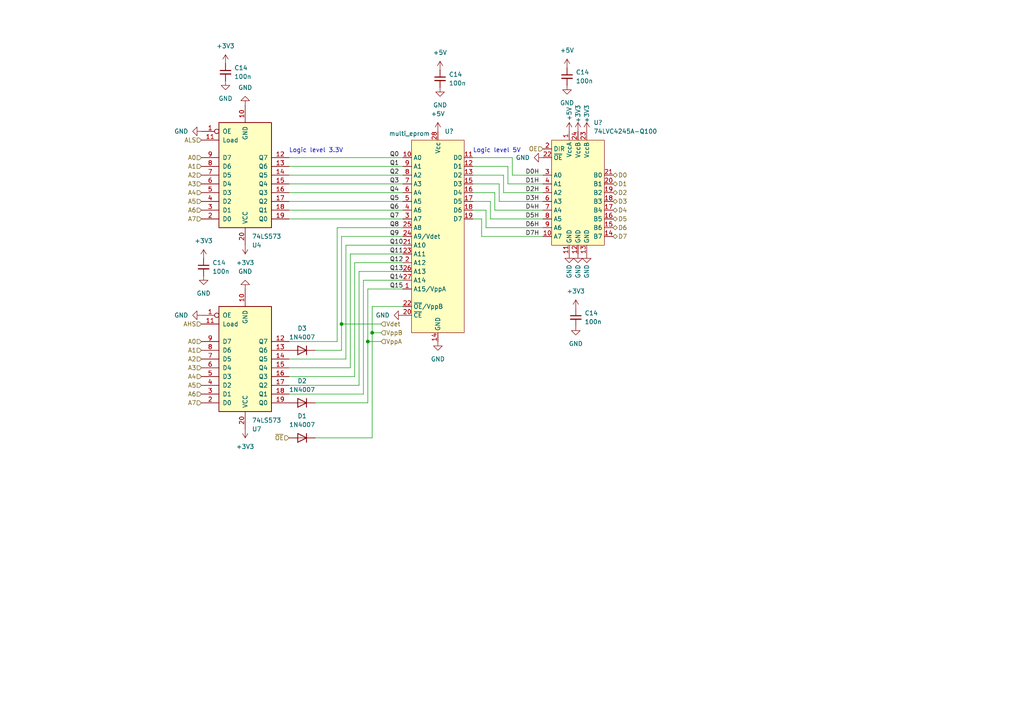
<source format=kicad_sch>
(kicad_sch (version 20230121) (generator eeschema)
  (paper "A4")
  (lib_symbols
    (symbol "74lvc4245a-q100:74LVC4245A-Q100"
      (property "Reference" "U" (at 0 30.48 0))
      (property "Value" "74LVC4245A-Q100" (at 0 30.48 0))
      (symbol "74LVC4245A-Q100_0_1"
        (rectangle (start -7.62 -13.97) (end -7.62 -13.97))
        (rectangle (start -7.62 -13.97) (end -7.62 -13.97))
        (rectangle (start -7.62 -13.97) (end -7.62 -13.97))
      )
      (symbol "74LVC4245A-Q100_1_1"
        (rectangle (start -7.62 16.51) (end 7.62 -13.97) (fill (type background)))
        (pin input line (at -2.54 19.05 270) (length 2.54) (name "VccA") (number "1"))
        (pin bidirectional line (at -10.16 -11.43 0) (length 2.54) (name "A7") (number "10"))
        (pin input line (at -2.54 -16.51 90) (length 2.54) (name "GND") (number "11"))
        (pin input line (at 0 -16.51 90) (length 2.54) (name "GND") (number "12"))
        (pin input line (at 2.54 -16.51 90) (length 2.54) (name "GND") (number "13"))
        (pin bidirectional line (at 10.16 -11.43 180) (length 2.54) (name "B7") (number "14"))
        (pin bidirectional line (at 10.16 -8.89 180) (length 2.54) (name "B6") (number "15"))
        (pin bidirectional line (at 10.16 -6.35 180) (length 2.54) (name "B5") (number "16"))
        (pin bidirectional line (at 10.16 -3.81 180) (length 2.54) (name "B4") (number "17"))
        (pin bidirectional line (at 10.16 -1.27 180) (length 2.54) (name "B3") (number "18"))
        (pin bidirectional line (at 10.16 1.27 180) (length 2.54) (name "B2") (number "19"))
        (pin input line (at -10.16 13.97 0) (length 2.54) (name "DIR") (number "2"))
        (pin bidirectional line (at 10.16 3.81 180) (length 2.54) (name "B1") (number "20"))
        (pin bidirectional line (at 10.16 6.35 180) (length 2.54) (name "B0") (number "21"))
        (pin input line (at -10.16 11.43 0) (length 2.54) (name "~{OE}") (number "22"))
        (pin input line (at 2.54 19.05 270) (length 2.54) (name "VccB") (number "23"))
        (pin input line (at 0 19.05 270) (length 2.54) (name "VccB") (number "24"))
        (pin bidirectional line (at -10.16 6.35 0) (length 2.54) (name "A0") (number "3"))
        (pin bidirectional line (at -10.16 3.81 0) (length 2.54) (name "A1") (number "4"))
        (pin bidirectional line (at -10.16 1.27 0) (length 2.54) (name "A2") (number "5"))
        (pin bidirectional line (at -10.16 -1.27 0) (length 2.54) (name "A3") (number "6"))
        (pin bidirectional line (at -10.16 -3.81 0) (length 2.54) (name "A4") (number "7"))
        (pin bidirectional line (at -10.16 -6.35 0) (length 2.54) (name "A5") (number "8"))
        (pin bidirectional line (at -10.16 -8.89 0) (length 2.54) (name "A6") (number "9"))
      )
    )
    (symbol "74xx:74LS573" (pin_names (offset 1.016))
      (property "Reference" "U" (at -7.62 16.51 0))
      (property "Value" "74LS573" (at -7.62 -16.51 0))
      (symbol "74LS573_1_0"
        (pin input inverted (at -12.7 -12.7 0) (length 5.08) (name "OE") (number "1"))
        (pin power_in line (at 0 -20.32 90) (length 5.08) (name "GND") (number "10"))
        (pin input line (at -12.7 -10.16 0) (length 5.08) (name "Load") (number "11"))
        (pin tri_state line (at 12.7 -5.08 180) (length 5.08) (name "Q7") (number "12"))
        (pin tri_state line (at 12.7 -2.54 180) (length 5.08) (name "Q6") (number "13"))
        (pin tri_state line (at 12.7 0 180) (length 5.08) (name "Q5") (number "14"))
        (pin tri_state line (at 12.7 2.54 180) (length 5.08) (name "Q4") (number "15"))
        (pin tri_state line (at 12.7 5.08 180) (length 5.08) (name "Q3") (number "16"))
        (pin tri_state line (at 12.7 7.62 180) (length 5.08) (name "Q2") (number "17"))
        (pin tri_state line (at 12.7 10.16 180) (length 5.08) (name "Q1") (number "18"))
        (pin tri_state line (at 12.7 12.7 180) (length 5.08) (name "Q0") (number "19"))
        (pin input line (at -12.7 12.7 0) (length 5.08) (name "D0") (number "2"))
        (pin power_in line (at 0 20.32 270) (length 5.08) (name "VCC") (number "20"))
        (pin input line (at -12.7 10.16 0) (length 5.08) (name "D1") (number "3"))
        (pin input line (at -12.7 7.62 0) (length 5.08) (name "D2") (number "4"))
        (pin input line (at -12.7 5.08 0) (length 5.08) (name "D3") (number "5"))
        (pin input line (at -12.7 2.54 0) (length 5.08) (name "D4") (number "6"))
        (pin input line (at -12.7 0 0) (length 5.08) (name "D5") (number "7"))
        (pin input line (at -12.7 -2.54 0) (length 5.08) (name "D6") (number "8"))
        (pin input line (at -12.7 -5.08 0) (length 5.08) (name "D7") (number "9"))
      )
      (symbol "74LS573_1_1"
        (rectangle (start -7.62 15.24) (end 7.62 -15.24) (stroke (width 0.254)) (fill (type background)))
      )
    )
    (symbol "Device:C_Small" (pin_numbers hide) (pin_names (offset 0.254) hide)
      (property "Reference" "C" (at 0.254 1.778 0))
      (property "Value" "C_Small" (at 0.254 -2.032 0))
      (symbol "C_Small_0_1"
        (polyline (pts (xy -1.524 -0.508) (xy 1.524 -0.508)) (stroke (width 0.3302)))
        (polyline (pts (xy -1.524 0.508) (xy 1.524 0.508)) (stroke (width 0.3048)))
      )
      (symbol "C_Small_1_1"
        (pin passive line (at 0 2.54 270) (length 2.032) (name "~") (number "1"))
        (pin passive line (at 0 -2.54 90) (length 2.032) (name "~") (number "2"))
      )
    )
    (symbol "Diode:1N4007" (pin_numbers hide) (pin_names hide)
      (property "Reference" "D" (at 0 2.54 0))
      (property "Value" "1N4007" (at 0 -2.54 0))
      (symbol "1N4007_0_1"
        (polyline (pts (xy -1.27 1.27) (xy -1.27 -1.27)) (stroke (width 0.254)))
        (polyline (pts (xy 1.27 0) (xy -1.27 0)))
        (polyline (pts (xy 1.27 1.27) (xy 1.27 -1.27) (xy -1.27 0) (xy 1.27 1.27)) (stroke (width 0.254)))
      )
      (symbol "1N4007_1_1"
        (pin passive line (at -3.81 0 0) (length 2.54) (name "K") (number "1"))
        (pin passive line (at 3.81 0 180) (length 2.54) (name "A") (number "2"))
      )
    )
    (symbol "eprom:multi_eprom"
      (property "Reference" "U" (at 2.54 22.86 0))
      (property "Value" "multi_eprom" (at 0 25.4 0))
      (symbol "multi_eprom_1_1"
        (rectangle (start -7.62 21.59) (end 7.62 -34.29) (fill (type background)))
        (pin input line (at -10.16 -21.59 0) (length 2.54) (name "A15/VppA") (number "1"))
        (pin input line (at -10.16 16.51 0) (length 2.54) (name "A0") (number "10"))
        (pin bidirectional line (at 10.16 16.51 180) (length 2.54) (name "D0") (number "11"))
        (pin bidirectional line (at 10.16 13.97 180) (length 2.54) (name "D1") (number "12"))
        (pin bidirectional line (at 10.16 11.43 180) (length 2.54) (name "D2") (number "13"))
        (pin input line (at 0 -36.83 90) (length 2.54) (name "GND") (number "14"))
        (pin bidirectional line (at 10.16 8.89 180) (length 2.54) (name "D3") (number "15"))
        (pin bidirectional line (at 10.16 6.35 180) (length 2.54) (name "D4") (number "16"))
        (pin bidirectional line (at 10.16 3.81 180) (length 2.54) (name "D5") (number "17"))
        (pin bidirectional line (at 10.16 1.27 180) (length 2.54) (name "D6") (number "18"))
        (pin bidirectional line (at 10.16 -1.27 180) (length 2.54) (name "D7") (number "19"))
        (pin input line (at -10.16 -13.97 0) (length 2.54) (name "A12") (number "2"))
        (pin input line (at -10.16 -29.21 0) (length 2.54) (name "~{CE}") (number "20"))
        (pin input line (at -10.16 -8.89 0) (length 2.54) (name "A10") (number "21"))
        (pin input line (at -10.16 -26.67 0) (length 2.54) (name "~{OE}/VppB") (number "22"))
        (pin input line (at -10.16 -11.43 0) (length 2.54) (name "A11") (number "23"))
        (pin input line (at -10.16 -6.35 0) (length 2.54) (name "A9/Vdet") (number "24"))
        (pin input line (at -10.16 -3.81 0) (length 2.54) (name "A8") (number "25"))
        (pin input line (at -10.16 -16.51 0) (length 2.54) (name "A13") (number "26"))
        (pin input line (at -10.16 -19.05 0) (length 2.54) (name "A14") (number "27"))
        (pin input line (at 0 24.13 270) (length 2.54) (name "Vcc") (number "28"))
        (pin input line (at -10.16 -1.27 0) (length 2.54) (name "A7") (number "3"))
        (pin input line (at -10.16 1.27 0) (length 2.54) (name "A6") (number "4"))
        (pin input line (at -10.16 3.81 0) (length 2.54) (name "A5") (number "5"))
        (pin input line (at -10.16 6.35 0) (length 2.54) (name "A4") (number "6"))
        (pin input line (at -10.16 8.89 0) (length 2.54) (name "A3") (number "7"))
        (pin input line (at -10.16 11.43 0) (length 2.54) (name "A2") (number "8"))
        (pin input line (at -10.16 13.97 0) (length 2.54) (name "A1") (number "9"))
      )
    )
    (symbol "power:+3V3" (power) (pin_names (offset 0))
      (property "Value" "+3V3" (at 0 3.556 0))
      (symbol "+3V3_0_1"
        (polyline (pts (xy -0.762 1.27) (xy 0 2.54)))
        (polyline (pts (xy 0 0) (xy 0 2.54)))
        (polyline (pts (xy 0 2.54) (xy 0.762 1.27)))
      )
      (symbol "+3V3_1_1"
        (pin power_in line (at 0 0 90) (length 0) hide (name "+3V3") (number "1"))
      )
    )
    (symbol "power:+5V" (power) (pin_names (offset 0))
      (property "Value" "+5V" (at 0 3.556 0))
      (symbol "+5V_0_1"
        (polyline (pts (xy -0.762 1.27) (xy 0 2.54)))
        (polyline (pts (xy 0 0) (xy 0 2.54)))
        (polyline (pts (xy 0 2.54) (xy 0.762 1.27)))
      )
      (symbol "+5V_1_1"
        (pin power_in line (at 0 0 90) (length 0) hide (name "+5V") (number "1"))
      )
    )
    (symbol "power:GND" (power) (pin_names (offset 0))
      (property "Value" "GND" (at 0 -3.81 0))
      (symbol "GND_0_1"
        (polyline (pts (xy 0 0) (xy 0 -1.27) (xy 1.27 -1.27) (xy 0 -2.54) (xy -1.27 -1.27) (xy 0 -1.27)))
      )
      (symbol "GND_1_1"
        (pin power_in line (at 0 0 270) (length 0) hide (name "GND") (number "1"))
      )
    )
  )
  (junction (at 107.95 96.52))
  (junction (at 106.68 99.06))
  (junction (at 99.06 93.98))
  (wire (pts (xy 105.41 81.28) (xy 116.84 81.28)))
  (wire (pts (xy 102.87 76.2) (xy 116.84 76.2)))
  (wire (pts (xy 157.48 66.04) (xy 140.97 66.04)))
  (wire (pts (xy 137.16 48.26) (xy 147.32 48.26)))
  (wire (pts (xy 83.82 106.68) (xy 101.6 106.68)))
  (wire (pts (xy 83.82 58.42) (xy 116.84 58.42)))
  (wire (pts (xy 157.48 63.5) (xy 142.24 63.5)))
  (wire (pts (xy 137.16 58.42) (xy 142.24 58.42)))
  (wire (pts (xy 137.16 45.72) (xy 148.59 45.72)))
  (wire (pts (xy 137.16 60.96) (xy 140.97 60.96)))
  (wire (pts (xy 157.48 68.58) (xy 139.7 68.58)))
  (wire (pts (xy 83.82 53.34) (xy 116.84 53.34)))
  (wire (pts (xy 106.68 116.84) (xy 106.68 99.06)))
  (wire (pts (xy 102.87 109.22) (xy 102.87 76.2)))
  (wire (pts (xy 148.59 50.8) (xy 148.59 45.72)))
  (wire (pts (xy 91.44 127) (xy 107.95 127)))
  (wire (pts (xy 146.05 55.88) (xy 146.05 50.8)))
  (wire (pts (xy 157.48 53.34) (xy 147.32 53.34)))
  (wire (pts (xy 83.82 55.88) (xy 116.84 55.88)))
  (wire (pts (xy 83.82 63.5) (xy 116.84 63.5)))
  (wire (pts (xy 139.7 68.58) (xy 139.7 63.5)))
  (wire (pts (xy 106.68 83.82) (xy 116.84 83.82)))
  (wire (pts (xy 144.78 58.42) (xy 144.78 53.34)))
  (wire (pts (xy 97.79 99.06) (xy 97.79 66.04)))
  (wire (pts (xy 106.68 99.06) (xy 110.49 99.06)))
  (wire (pts (xy 99.06 93.98) (xy 110.49 93.98)))
  (wire (pts (xy 101.6 106.68) (xy 101.6 73.66)))
  (wire (pts (xy 83.82 45.72) (xy 116.84 45.72)))
  (wire (pts (xy 106.68 99.06) (xy 106.68 83.82)))
  (wire (pts (xy 157.48 55.88) (xy 146.05 55.88)))
  (wire (pts (xy 107.95 96.52) (xy 107.95 88.9)))
  (wire (pts (xy 101.6 73.66) (xy 116.84 73.66)))
  (wire (pts (xy 91.44 101.6) (xy 99.06 101.6)))
  (wire (pts (xy 83.82 111.76) (xy 104.14 111.76)))
  (wire (pts (xy 137.16 53.34) (xy 144.78 53.34)))
  (wire (pts (xy 99.06 68.58) (xy 116.84 68.58)))
  (wire (pts (xy 91.44 116.84) (xy 106.68 116.84)))
  (wire (pts (xy 142.24 63.5) (xy 142.24 58.42)))
  (wire (pts (xy 99.06 93.98) (xy 99.06 68.58)))
  (wire (pts (xy 157.48 50.8) (xy 148.59 50.8)))
  (wire (pts (xy 157.48 58.42) (xy 144.78 58.42)))
  (wire (pts (xy 140.97 66.04) (xy 140.97 60.96)))
  (wire (pts (xy 97.79 66.04) (xy 116.84 66.04)))
  (wire (pts (xy 137.16 50.8) (xy 146.05 50.8)))
  (wire (pts (xy 83.82 114.3) (xy 105.41 114.3)))
  (wire (pts (xy 107.95 127) (xy 107.95 96.52)))
  (wire (pts (xy 104.14 78.74) (xy 116.84 78.74)))
  (wire (pts (xy 107.95 96.52) (xy 110.49 96.52)))
  (wire (pts (xy 100.33 104.14) (xy 100.33 71.12)))
  (wire (pts (xy 104.14 111.76) (xy 104.14 78.74)))
  (wire (pts (xy 83.82 109.22) (xy 102.87 109.22)))
  (wire (pts (xy 139.7 63.5) (xy 137.16 63.5)))
  (wire (pts (xy 83.82 50.8) (xy 116.84 50.8)))
  (wire (pts (xy 100.33 71.12) (xy 116.84 71.12)))
  (wire (pts (xy 83.82 48.26) (xy 116.84 48.26)))
  (wire (pts (xy 83.82 104.14) (xy 100.33 104.14)))
  (wire (pts (xy 157.48 60.96) (xy 143.51 60.96)))
  (wire (pts (xy 83.82 99.06) (xy 97.79 99.06)))
  (wire (pts (xy 83.82 60.96) (xy 116.84 60.96)))
  (wire (pts (xy 99.06 101.6) (xy 99.06 93.98)))
  (wire (pts (xy 143.51 60.96) (xy 143.51 55.88)))
  (wire (pts (xy 107.95 88.9) (xy 116.84 88.9)))
  (wire (pts (xy 147.32 53.34) (xy 147.32 48.26)))
  (wire (pts (xy 105.41 114.3) (xy 105.41 81.28)))
  (wire (pts (xy 137.16 55.88) (xy 143.51 55.88)))
  (text "Logic level 5V" (at 137.16 44.45 0) (effects (font (size 1.27 1.27)) (justify left bottom)))
  (text "Logic level 3.3V" (at 83.82 44.45 0) (effects (font (size 1.27 1.27)) (justify left bottom)))
  (label "Q10" (at 113.03 71.12 0))
  (label "D7H" (at 152.4 68.58 0))
  (label "Q8" (at 113.03 66.04 0))
  (label "Q3" (at 113.03 53.34 0))
  (label "Q4" (at 113.03 55.88 0))
  (label "Q2" (at 113.03 50.8 0))
  (label "D3H" (at 152.4 58.42 0))
  (label "D1H" (at 152.4 53.34 0))
  (label "Q6" (at 113.03 60.96 0))
  (label "D4H" (at 152.4 60.96 0))
  (label "Q13" (at 113.03 78.74 0))
  (label "Q15" (at 113.03 83.82 0))
  (label "D5H" (at 152.4 63.5 0))
  (label "Q14" (at 113.03 81.28 0))
  (label "D2H" (at 152.4 55.88 0))
  (label "Q12" (at 113.03 76.2 0))
  (label "Q9" (at 113.03 68.58 0))
  (label "Q7" (at 113.03 63.5 0))
  (label "D6H" (at 152.4 66.04 0))
  (label "Q11" (at 113.03 73.66 0))
  (label "Q1" (at 113.03 48.26 0))
  (label "Q0" (at 113.03 45.72 0))
  (label "Q5" (at 113.03 58.42 0))
  (label "D0H" (at 152.4 50.8 0))
  (hierarchical_label "Vdet" (shape input) (at 110.49 93.98 0))
  (hierarchical_label "A1" (shape input) (at 58.42 101.6 180))
  (hierarchical_label "AHS" (shape input) (at 58.42 93.98 180))
  (hierarchical_label "A0" (shape input) (at 58.42 99.06 180))
  (hierarchical_label "ALS" (shape input) (at 58.42 40.64 180))
  (hierarchical_label "A2" (shape input) (at 58.42 104.14 180))
  (hierarchical_label "A3" (shape input) (at 58.42 106.68 180))
  (hierarchical_label "A6" (shape input) (at 58.42 114.3 180))
  (hierarchical_label "A1" (shape input) (at 58.42 48.26 180))
  (hierarchical_label "A7" (shape input) (at 58.42 116.84 180))
  (hierarchical_label "A5" (shape input) (at 58.42 111.76 180))
  (hierarchical_label "A7" (shape input) (at 58.42 63.5 180))
  (hierarchical_label "D5" (shape bidirectional) (at 177.8 63.5 0))
  (hierarchical_label "D1" (shape bidirectional) (at 177.8 53.34 0))
  (hierarchical_label "D3" (shape bidirectional) (at 177.8 58.42 0))
  (hierarchical_label "A3" (shape input) (at 58.42 53.34 180))
  (hierarchical_label "D7" (shape bidirectional) (at 177.8 68.58 0))
  (hierarchical_label "OE" (shape input) (at 157.48 43.18 180))
  (hierarchical_label "A2" (shape input) (at 58.42 50.8 180))
  (hierarchical_label "D6" (shape bidirectional) (at 177.8 66.04 0))
  (hierarchical_label "A4" (shape input) (at 58.42 55.88 180))
  (hierarchical_label "A4" (shape input) (at 58.42 109.22 180))
  (hierarchical_label "A5" (shape input) (at 58.42 58.42 180))
  (hierarchical_label "A6" (shape input) (at 58.42 60.96 180))
  (hierarchical_label "A0" (shape input) (at 58.42 45.72 180))
  (hierarchical_label "D0" (shape bidirectional) (at 177.8 50.8 0))
  (hierarchical_label "VppB" (shape input) (at 110.49 96.52 0))
  (hierarchical_label "D4" (shape bidirectional) (at 177.8 60.96 0))
  (hierarchical_label "~{OE}" (shape input) (at 83.82 127 180))
  (hierarchical_label "VppA" (shape input) (at 110.49 99.06 0))
  (hierarchical_label "D2" (shape bidirectional) (at 177.8 55.88 0))
  (symbol (lib_id "power:GND") (at 165.1 73.66 0) (unit 1)
    (property "Reference" "#PWR?" (effects hide))
    (property "Value" "GND" (at 165.1 78.74 90))
    (instances (project "sao_eprom_v2" (path "" (reference "#PWR?") (unit 1)) (path "" (reference "#PWR030") (unit 1))))
  )
  (symbol (lib_id "power:+5V") (at 127 38.1 0) (unit 1)
    (property "Reference" "#PWR?" (effects hide))
    (property "Value" "+5V" (at 127 33.02 0))
    (instances (project "sao_eprom_v2" (path "" (reference "#PWR?") (unit 1)) (path "" (reference "#PWR024") (unit 1))))
  )
  (symbol (lib_id "power:GND") (at 65.405 23.495 0) (unit 1)
    (property "Reference" "#PWR064" (effects hide))
    (property "Value" "GND" (at 65.405 28.575 0))
    (instances (project "sao_eprom_v2" (path "" (reference "#PWR064") (unit 1)) (path "" (reference "#PWR083") (unit 1))))
  )
  (symbol (lib_id "Diode:1N4007") (at 87.63 101.6 180) (unit 1)
    (property "Reference" "D3" (at 87.63 95.25 0))
    (property "Value" "1N4007" (at 87.63 97.79 0))
    (property "Footprint" "Diode_SMD:D_SOD-123F" (effects hide))
    (property "Datasheet" "http://www.vishay.com/docs/88503/1n4001.pdf" (effects hide))
    (property "Sim.Device" "D" (effects hide))
    (property "Sim.Pins" "1=K 2=A" (effects hide))
  )
  (symbol (lib_id "power:GND") (at 59.055 80.01 0) (unit 1)
    (property "Reference" "#PWR064" (effects hide))
    (property "Value" "GND" (at 59.055 85.09 0))
    (instances (project "sao_eprom_v2" (path "" (reference "#PWR064") (unit 1)) (path "" (reference "#PWR0105") (unit 1))))
  )
  (symbol (lib_id "power:GND") (at 167.64 73.66 0) (unit 1)
    (property "Reference" "#PWR?" (effects hide))
    (property "Value" "GND" (at 167.64 78.74 90))
    (instances (project "sao_eprom_v2" (path "" (reference "#PWR?") (unit 1)) (path "" (reference "#PWR031") (unit 1))))
  )
  (symbol (lib_id "Diode:1N4007") (at 87.63 127 180) (unit 1)
    (property "Reference" "D1" (at 87.63 120.65 0))
    (property "Value" "1N4007" (at 87.63 123.19 0))
    (property "Footprint" "Diode_SMD:D_SOD-123F" (effects hide))
    (property "Datasheet" "http://www.vishay.com/docs/88503/1n4001.pdf" (effects hide))
    (property "Sim.Device" "D" (effects hide))
    (property "Sim.Pins" "1=K 2=A" (effects hide))
  )
  (symbol (lib_id "power:GND") (at 116.84 91.44 270) (unit 1)
    (property "Reference" "#PWR?" (effects hide))
    (property "Value" "GND" (at 113.03 91.44 90) (effects (justify right)))
    (instances (project "sao_eprom_v2" (path "" (reference "#PWR?") (unit 1)) (path "" (reference "#PWR035") (unit 1))))
  )
  (symbol (lib_id "power:+3V3") (at 167.005 89.535 0) (unit 1)
    (property "Reference" "#PWR065" (effects hide))
    (property "Value" "+3V3" (at 167.005 84.455 0))
    (instances (project "sao_eprom_v2" (path "" (reference "#PWR065") (unit 1)) (path "" (reference "#PWR078") (unit 1))))
  )
  (symbol (lib_id "power:GND") (at 157.48 45.72 270) (unit 1)
    (property "Reference" "#PWR?" (effects hide))
    (property "Value" "GND" (at 153.67 45.72 90) (effects (justify right)))
    (instances (project "sao_eprom_v2" (path "" (reference "#PWR?") (unit 1)) (path "" (reference "#PWR028") (unit 1))))
  )
  (symbol (lib_id "Device:C_Small") (at 127.635 22.86 0) (unit 1)
    (property "Reference" "C14" (at 130.175 21.59 0) (effects (justify left)))
    (property "Value" "100n" (at 130.175 24.13 0) (effects (justify left)))
    (property "Footprint" "Capacitor_SMD:C_0402_1005Metric_Pad0.74x0.62mm_HandSolder" (effects hide))
    (instances (project "sao_eprom_v2" (path "" (reference "C14") (unit 1)) (path "" (reference "C26") (unit 1))))
  )
  (symbol (lib_id "Diode:1N4007") (at 87.63 116.84 180) (unit 1)
    (property "Reference" "D2" (at 87.63 110.49 0))
    (property "Value" "1N4007" (at 87.63 113.03 0))
    (property "Footprint" "Diode_SMD:D_SOD-123F" (effects hide))
    (property "Datasheet" "http://www.vishay.com/docs/88503/1n4001.pdf" (effects hide))
    (property "Sim.Device" "D" (effects hide))
    (property "Sim.Pins" "1=K 2=A" (effects hide))
  )
  (symbol (lib_id "power:+3V3") (at 65.405 18.415 0) (unit 1)
    (property "Reference" "#PWR065" (effects hide))
    (property "Value" "+3V3" (at 65.405 13.335 0))
    (instances (project "sao_eprom_v2" (path "" (reference "#PWR065") (unit 1)) (path "" (reference "#PWR082") (unit 1))))
  )
  (symbol (lib_id "74lvc4245a-q100:74LVC4245A-Q100") (at 167.64 57.15 0) (unit 1)
    (property "Reference" "U?" (at 172.1359 35.56 0) (effects (justify left)))
    (property "Value" "74LVC4245A-Q100" (at 172.1359 38.1 0) (effects (justify left)))
    (property "Footprint" "Package_SO:TSSOP-24_4.4x7.8mm_P0.65mm" (effects hide))
    (property "Datasheet" "https://datasheet.lcsc.com/lcsc/2007030233_Nexperia-74LVC4245APW-Q100J_C548801.pdf" (effects hide))
    (instances (project "sao_eprom_v2" (path "" (reference "U?") (unit 1)) (path "" (reference "U6") (unit 1))))
  )
  (symbol (lib_id "power:GND") (at 58.42 91.44 270) (mirror x) (unit 1)
    (property "Reference" "#PWR037" (effects hide))
    (property "Value" "GND" (at 54.61 91.44 90) (effects (justify right)))
  )
  (symbol (lib_id "74xx:74LS573") (at 71.12 50.8 0) (mirror x) (unit 1)
    (property "Reference" "U4" (at 73.0759 71.12 0) (effects (justify left)))
    (property "Value" "74LS573" (at 73.0759 68.58 0) (effects (justify left)))
    (property "Footprint" "Package_SO:TSSOP-20_4.4x6.5mm_P0.65mm" (effects hide))
    (property "Datasheet" "74xx/74hc573.pdf" (effects hide))
  )
  (symbol (lib_id "Device:C_Small") (at 65.405 20.955 0) (unit 1)
    (property "Reference" "C14" (at 67.945 19.685 0) (effects (justify left)))
    (property "Value" "100n" (at 67.945 22.225 0) (effects (justify left)))
    (property "Footprint" "Capacitor_SMD:C_0402_1005Metric_Pad0.74x0.62mm_HandSolder" (effects hide))
    (instances (project "sao_eprom_v2" (path "" (reference "C14") (unit 1)) (path "" (reference "C27") (unit 1))))
  )
  (symbol (lib_id "power:GND") (at 71.12 83.82 0) (mirror x) (unit 1)
    (property "Reference" "#PWR?" (effects hide))
    (property "Value" "GND" (at 71.12 78.74 0))
    (instances (project "sao_eprom_v2" (path "" (reference "#PWR?") (unit 1)) (path "" (reference "#PWR038") (unit 1))))
  )
  (symbol (lib_id "power:+3V3") (at 71.12 71.12 0) (mirror x) (unit 1)
    (property "Reference" "#PWR?" (effects hide))
    (property "Value" "+3V3" (at 71.12 76.2 0))
    (instances (project "sao_eprom_v2" (path "" (reference "#PWR?") (unit 1)) (path "" (reference "#PWR023") (unit 1))))
  )
  (symbol (lib_id "power:+3V3") (at 71.12 124.46 0) (mirror x) (unit 1)
    (property "Reference" "#PWR?" (effects hide))
    (property "Value" "+3V3" (at 71.12 129.54 0))
    (instances (project "sao_eprom_v2" (path "" (reference "#PWR?") (unit 1)) (path "" (reference "#PWR034") (unit 1))))
  )
  (symbol (lib_id "power:+3V3") (at 170.18 38.1 0) (unit 1)
    (property "Reference" "#PWR?" (effects hide))
    (property "Value" "+3V3" (at 170.18 33.02 90))
    (instances (project "sao_eprom_v2" (path "" (reference "#PWR?") (unit 1)) (path "" (reference "#PWR027") (unit 1))))
  )
  (symbol (lib_id "power:GND") (at 170.18 73.66 0) (unit 1)
    (property "Reference" "#PWR?" (effects hide))
    (property "Value" "GND" (at 170.18 78.74 90))
    (instances (project "sao_eprom_v2" (path "" (reference "#PWR?") (unit 1)) (path "" (reference "#PWR032") (unit 1))))
  )
  (symbol (lib_id "power:GND") (at 71.12 30.48 0) (mirror x) (unit 1)
    (property "Reference" "#PWR?" (effects hide))
    (property "Value" "GND" (at 71.12 25.4 0))
    (instances (project "sao_eprom_v2" (path "" (reference "#PWR?") (unit 1)) (path "" (reference "#PWR033") (unit 1))))
  )
  (symbol (lib_id "power:GND") (at 58.42 38.1 270) (mirror x) (unit 1)
    (property "Reference" "#PWR029" (effects hide))
    (property "Value" "GND" (at 54.61 38.1 90) (effects (justify right)))
  )
  (symbol (lib_id "power:+3V3") (at 167.64 38.1 0) (unit 1)
    (property "Reference" "#PWR?" (effects hide))
    (property "Value" "+3V3" (at 167.64 33.02 90))
    (instances (project "sao_eprom_v2" (path "" (reference "#PWR?") (unit 1)) (path "" (reference "#PWR026") (unit 1))))
  )
  (symbol (lib_id "Device:C_Small") (at 59.055 77.47 0) (unit 1)
    (property "Reference" "C14" (at 61.595 76.2 0) (effects (justify left)))
    (property "Value" "100n" (at 61.595 78.74 0) (effects (justify left)))
    (property "Footprint" "Capacitor_SMD:C_0402_1005Metric_Pad0.74x0.62mm_HandSolder" (effects hide))
    (instances (project "sao_eprom_v2" (path "" (reference "C14") (unit 1)) (path "" (reference "C28") (unit 1))))
  )
  (symbol (lib_id "power:GND") (at 167.005 94.615 0) (unit 1)
    (property "Reference" "#PWR064" (effects hide))
    (property "Value" "GND" (at 167.005 99.695 0))
    (instances (project "sao_eprom_v2" (path "" (reference "#PWR064") (unit 1)) (path "" (reference "#PWR079") (unit 1))))
  )
  (symbol (lib_id "power:+5V") (at 164.465 19.685 0) (unit 1)
    (property "Reference" "#PWR?" (effects hide))
    (property "Value" "+5V" (at 164.465 14.605 0))
    (instances (project "sao_eprom_v2" (path "" (reference "#PWR?") (unit 1)) (path "" (reference "#PWR080") (unit 1))))
  )
  (symbol (lib_id "power:GND") (at 127.635 25.4 0) (unit 1)
    (property "Reference" "#PWR064" (effects hide))
    (property "Value" "GND" (at 127.635 30.48 0))
    (instances (project "sao_eprom_v2" (path "" (reference "#PWR064") (unit 1)) (path "" (reference "#PWR085") (unit 1))))
  )
  (symbol (lib_id "power:GND") (at 127 99.06 0) (unit 1)
    (property "Reference" "#PWR?" (effects hide))
    (property "Value" "GND" (at 127 104.14 0))
    (instances (project "sao_eprom_v2" (path "" (reference "#PWR?") (unit 1)) (path "" (reference "#PWR036") (unit 1))))
  )
  (symbol (lib_id "power:+3V3") (at 59.055 74.93 0) (unit 1)
    (property "Reference" "#PWR065" (effects hide))
    (property "Value" "+3V3" (at 59.055 69.85 0))
    (instances (project "sao_eprom_v2" (path "" (reference "#PWR065") (unit 1)) (path "" (reference "#PWR084") (unit 1))))
  )
  (symbol (lib_id "eprom:multi_eprom") (at 127 62.23 0) (unit 1)
    (property "Reference" "U?" (at 128.9559 38.1 0) (effects (justify left)))
    (property "Value" "multi_eprom" (at 118.745 38.735 0))
    (property "Footprint" "Package_DIP:DIP-28_W15.24mm_Socket" (effects hide))
    (instances (project "sao_eprom_v2" (path "" (reference "U?") (unit 1)) (path "" (reference "U5") (unit 1))))
  )
  (symbol (lib_id "Device:C_Small") (at 167.005 92.075 0) (unit 1)
    (property "Reference" "C14" (at 169.545 90.805 0) (effects (justify left)))
    (property "Value" "100n" (at 169.545 93.345 0) (effects (justify left)))
    (property "Footprint" "Capacitor_SMD:C_0402_1005Metric_Pad0.74x0.62mm_HandSolder" (effects hide))
    (instances (project "sao_eprom_v2" (path "" (reference "C14") (unit 1)) (path "" (reference "C24") (unit 1))))
  )
  (symbol (lib_id "Device:C_Small") (at 164.465 22.225 0) (unit 1)
    (property "Reference" "C14" (at 167.005 20.955 0) (effects (justify left)))
    (property "Value" "100n" (at 167.005 23.495 0) (effects (justify left)))
    (property "Footprint" "Capacitor_SMD:C_0402_1005Metric_Pad0.74x0.62mm_HandSolder" (effects hide))
    (instances (project "sao_eprom_v2" (path "" (reference "C14") (unit 1)) (path "" (reference "C25") (unit 1))))
  )
  (symbol (lib_id "power:GND") (at 164.465 24.765 0) (unit 1)
    (property "Reference" "#PWR064" (effects hide))
    (property "Value" "GND" (at 164.465 29.845 0))
    (instances (project "sao_eprom_v2" (path "" (reference "#PWR064") (unit 1)) (path "" (reference "#PWR081") (unit 1))))
  )
  (symbol (lib_id "power:+5V") (at 165.1 38.1 0) (unit 1)
    (property "Reference" "#PWR?" (effects hide))
    (property "Value" "+5V" (at 165.1 33.02 90))
    (instances (project "sao_eprom_v2" (path "" (reference "#PWR?") (unit 1)) (path "" (reference "#PWR025") (unit 1))))
  )
  (symbol (lib_id "74xx:74LS573") (at 71.12 104.14 0) (mirror x) (unit 1)
    (property "Reference" "U7" (at 73.0759 124.46 0) (effects (justify left)))
    (property "Value" "74LS573" (at 73.0759 121.92 0) (effects (justify left)))
    (property "Footprint" "Package_SO:TSSOP-20_4.4x6.5mm_P0.65mm" (effects hide))
    (property "Datasheet" "74xx/74hc573.pdf" (effects hide))
  )
  (symbol (lib_id "power:+5V") (at 127.635 20.32 0) (unit 1)
    (property "Reference" "#PWR?" (effects hide))
    (property "Value" "+5V" (at 127.635 15.24 0))
    (instances (project "sao_eprom_v2" (path "" (reference "#PWR?") (unit 1)) (path "" (reference "#PWR0104") (unit 1))))
  )
)
</source>
